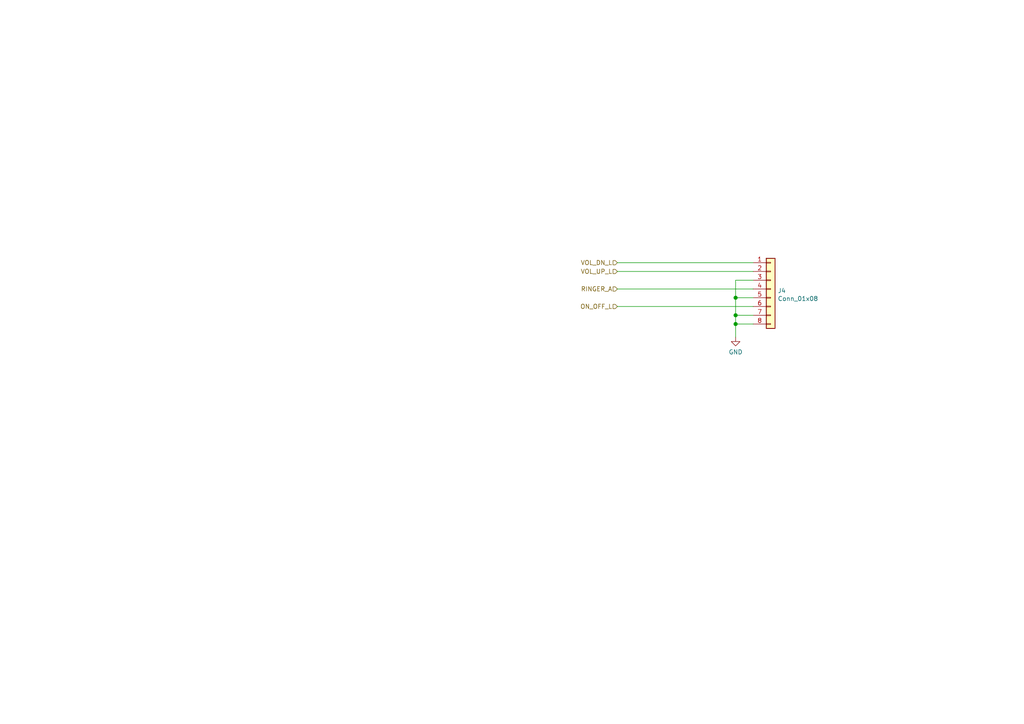
<source format=kicad_sch>
(kicad_sch (version 20211123) (generator eeschema)
  (paper "A4")
  (lib_symbols
    (symbol "Connector_Generic:Conn_01x08" (pin_names (offset 1.016) hide)
      (property "Reference" "J" (at 0 10.16 0))
      (property "Value" "Conn_01x08" (at 0 -12.7 0))
      (symbol "Conn_01x08_1_1"
        (rectangle (start -1.27 -10.033) (end 0 -10.287) (stroke (width 0.1524)))
        (rectangle (start -1.27 -7.493) (end 0 -7.747) (stroke (width 0.1524)))
        (rectangle (start -1.27 -4.953) (end 0 -5.207) (stroke (width 0.1524)))
        (rectangle (start -1.27 -2.413) (end 0 -2.667) (stroke (width 0.1524)))
        (rectangle (start -1.27 0.127) (end 0 -0.127) (stroke (width 0.1524)))
        (rectangle (start -1.27 2.667) (end 0 2.413) (stroke (width 0.1524)))
        (rectangle (start -1.27 5.207) (end 0 4.953) (stroke (width 0.1524)))
        (rectangle (start -1.27 7.747) (end 0 7.493) (stroke (width 0.1524)))
        (rectangle (start -1.27 8.89) (end 1.27 -11.43) (stroke (width 0.254)) (fill (type background)))
        (pin passive line (at -5.08 7.62 0) (length 3.81) (name "Pin_1") (number "1"))
        (pin passive line (at -5.08 5.08 0) (length 3.81) (name "Pin_2") (number "2"))
        (pin passive line (at -5.08 2.54 0) (length 3.81) (name "Pin_3") (number "3"))
        (pin passive line (at -5.08 0 0) (length 3.81) (name "Pin_4") (number "4"))
        (pin passive line (at -5.08 -2.54 0) (length 3.81) (name "Pin_5") (number "5"))
        (pin passive line (at -5.08 -5.08 0) (length 3.81) (name "Pin_6") (number "6"))
        (pin passive line (at -5.08 -7.62 0) (length 3.81) (name "Pin_7") (number "7"))
        (pin passive line (at -5.08 -10.16 0) (length 3.81) (name "Pin_8") (number "8"))
      )
    )
    (symbol "power:GND" (power) (pin_names (offset 0))
      (property "Value" "GND" (at 0 -3.81 0))
      (symbol "GND_0_1"
        (polyline (pts (xy 0 0) (xy 0 -1.27) (xy 1.27 -1.27) (xy 0 -2.54) (xy -1.27 -1.27) (xy 0 -1.27)))
      )
      (symbol "GND_1_1"
        (pin power_in line (at 0 0 270) (length 0) hide (name "GND") (number "1"))
      )
    )
  )
  (junction (at 213.36 86.36) (diameter 1.016))
  (junction (at 213.36 93.98) (diameter 1.016))
  (junction (at 213.36 91.44) (diameter 1.016))
  (wire (pts (xy 179.07 76.2) (xy 218.44 76.2)))
  (wire (pts (xy 213.36 81.28) (xy 213.36 86.36)))
  (wire (pts (xy 213.36 86.36) (xy 213.36 91.44)))
  (wire (pts (xy 213.36 91.44) (xy 213.36 93.98)))
  (wire (pts (xy 213.36 93.98) (xy 213.36 97.79)))
  (wire (pts (xy 218.44 81.28) (xy 213.36 81.28)))
  (wire (pts (xy 213.36 86.36) (xy 218.44 86.36)))
  (wire (pts (xy 179.07 88.9) (xy 218.44 88.9)))
  (wire (pts (xy 213.36 93.98) (xy 218.44 93.98)))
  (wire (pts (xy 179.07 78.74) (xy 218.44 78.74)))
  (wire (pts (xy 213.36 91.44) (xy 218.44 91.44)))
  (wire (pts (xy 179.07 83.82) (xy 218.44 83.82)))
  (hierarchical_label "VOL_UP_L" (shape input) (at 179.07 78.74 180))
  (hierarchical_label "ON_OFF_L" (shape input) (at 179.07 88.9 180))
  (hierarchical_label "VOL_DN_L" (shape input) (at 179.07 76.2 180))
  (hierarchical_label "RINGER_A" (shape input) (at 179.07 83.82 180))
  (symbol (lib_id "power:GND") (at 213.36 97.79 0) (unit 1)
    (property "Reference" "#PWR0144" (effects hide))
    (property "Value" "GND" (at 213.36 102.1144 0))
  )
  (symbol (lib_id "Connector_Generic:Conn_01x08") (at 223.52 83.82 0) (unit 1)
    (property "Reference" "J4" (at 225.5521 84.3291 0) (effects (justify left)))
    (property "Value" "Conn_01x08" (at 225.5521 86.6278 0) (effects (justify left)))
    (property "Footprint" "footprints:78171-0006" (effects hide))
  )
)
</source>
